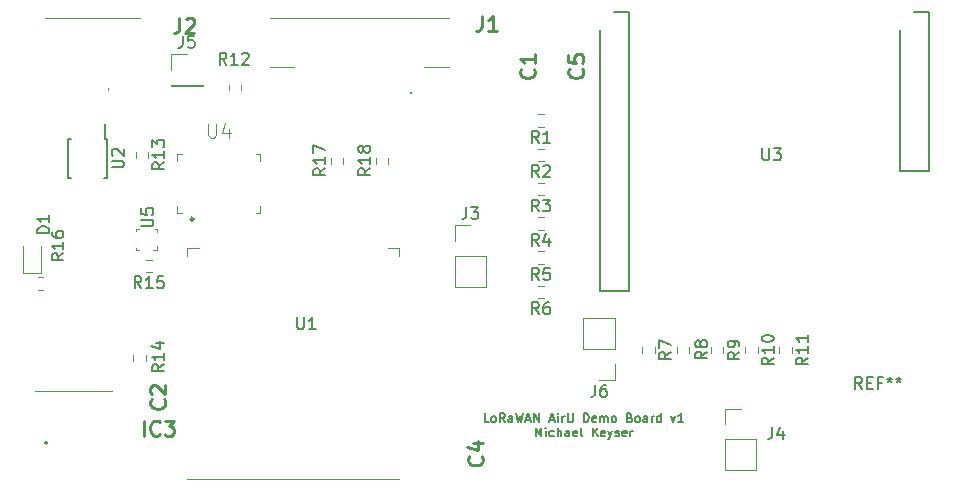
<source format=gbr>
%TF.GenerationSoftware,KiCad,Pcbnew,(6.0.8-1)-1*%
%TF.CreationDate,2022-11-08T13:41:34-07:00*%
%TF.ProjectId,AirU,41697255-2e6b-4696-9361-645f70636258,rev?*%
%TF.SameCoordinates,Original*%
%TF.FileFunction,Legend,Top*%
%TF.FilePolarity,Positive*%
%FSLAX46Y46*%
G04 Gerber Fmt 4.6, Leading zero omitted, Abs format (unit mm)*
G04 Created by KiCad (PCBNEW (6.0.8-1)-1) date 2022-11-08 13:41:34*
%MOMM*%
%LPD*%
G01*
G04 APERTURE LIST*
%ADD10C,0.150000*%
%ADD11C,0.254000*%
%ADD12C,0.101600*%
%ADD13C,0.120000*%
%ADD14C,0.198490*%
%ADD15C,0.100000*%
%ADD16C,0.250000*%
%ADD17C,0.200000*%
G04 APERTURE END LIST*
D10*
X161664285Y-57035535D02*
X161307142Y-57035535D01*
X161307142Y-56285535D01*
X162021428Y-57035535D02*
X161950000Y-56999821D01*
X161914285Y-56964107D01*
X161878571Y-56892678D01*
X161878571Y-56678392D01*
X161914285Y-56606964D01*
X161950000Y-56571250D01*
X162021428Y-56535535D01*
X162128571Y-56535535D01*
X162200000Y-56571250D01*
X162235714Y-56606964D01*
X162271428Y-56678392D01*
X162271428Y-56892678D01*
X162235714Y-56964107D01*
X162200000Y-56999821D01*
X162128571Y-57035535D01*
X162021428Y-57035535D01*
X163021428Y-57035535D02*
X162771428Y-56678392D01*
X162592857Y-57035535D02*
X162592857Y-56285535D01*
X162878571Y-56285535D01*
X162950000Y-56321250D01*
X162985714Y-56356964D01*
X163021428Y-56428392D01*
X163021428Y-56535535D01*
X162985714Y-56606964D01*
X162950000Y-56642678D01*
X162878571Y-56678392D01*
X162592857Y-56678392D01*
X163664285Y-57035535D02*
X163664285Y-56642678D01*
X163628571Y-56571250D01*
X163557142Y-56535535D01*
X163414285Y-56535535D01*
X163342857Y-56571250D01*
X163664285Y-56999821D02*
X163592857Y-57035535D01*
X163414285Y-57035535D01*
X163342857Y-56999821D01*
X163307142Y-56928392D01*
X163307142Y-56856964D01*
X163342857Y-56785535D01*
X163414285Y-56749821D01*
X163592857Y-56749821D01*
X163664285Y-56714107D01*
X163950000Y-56285535D02*
X164128571Y-57035535D01*
X164271428Y-56499821D01*
X164414285Y-57035535D01*
X164592857Y-56285535D01*
X164842857Y-56821250D02*
X165200000Y-56821250D01*
X164771428Y-57035535D02*
X165021428Y-56285535D01*
X165271428Y-57035535D01*
X165521428Y-57035535D02*
X165521428Y-56285535D01*
X165950000Y-57035535D01*
X165950000Y-56285535D01*
X166842857Y-56821250D02*
X167200000Y-56821250D01*
X166771428Y-57035535D02*
X167021428Y-56285535D01*
X167271428Y-57035535D01*
X167521428Y-57035535D02*
X167521428Y-56535535D01*
X167521428Y-56285535D02*
X167485714Y-56321250D01*
X167521428Y-56356964D01*
X167557142Y-56321250D01*
X167521428Y-56285535D01*
X167521428Y-56356964D01*
X167878571Y-57035535D02*
X167878571Y-56535535D01*
X167878571Y-56678392D02*
X167914285Y-56606964D01*
X167950000Y-56571250D01*
X168021428Y-56535535D01*
X168092857Y-56535535D01*
X168342857Y-56285535D02*
X168342857Y-56892678D01*
X168378571Y-56964107D01*
X168414285Y-56999821D01*
X168485714Y-57035535D01*
X168628571Y-57035535D01*
X168700000Y-56999821D01*
X168735714Y-56964107D01*
X168771428Y-56892678D01*
X168771428Y-56285535D01*
X169700000Y-57035535D02*
X169700000Y-56285535D01*
X169878571Y-56285535D01*
X169985714Y-56321250D01*
X170057142Y-56392678D01*
X170092857Y-56464107D01*
X170128571Y-56606964D01*
X170128571Y-56714107D01*
X170092857Y-56856964D01*
X170057142Y-56928392D01*
X169985714Y-56999821D01*
X169878571Y-57035535D01*
X169700000Y-57035535D01*
X170735714Y-56999821D02*
X170664285Y-57035535D01*
X170521428Y-57035535D01*
X170450000Y-56999821D01*
X170414285Y-56928392D01*
X170414285Y-56642678D01*
X170450000Y-56571250D01*
X170521428Y-56535535D01*
X170664285Y-56535535D01*
X170735714Y-56571250D01*
X170771428Y-56642678D01*
X170771428Y-56714107D01*
X170414285Y-56785535D01*
X171092857Y-57035535D02*
X171092857Y-56535535D01*
X171092857Y-56606964D02*
X171128571Y-56571250D01*
X171200000Y-56535535D01*
X171307142Y-56535535D01*
X171378571Y-56571250D01*
X171414285Y-56642678D01*
X171414285Y-57035535D01*
X171414285Y-56642678D02*
X171450000Y-56571250D01*
X171521428Y-56535535D01*
X171628571Y-56535535D01*
X171700000Y-56571250D01*
X171735714Y-56642678D01*
X171735714Y-57035535D01*
X172200000Y-57035535D02*
X172128571Y-56999821D01*
X172092857Y-56964107D01*
X172057142Y-56892678D01*
X172057142Y-56678392D01*
X172092857Y-56606964D01*
X172128571Y-56571250D01*
X172200000Y-56535535D01*
X172307142Y-56535535D01*
X172378571Y-56571250D01*
X172414285Y-56606964D01*
X172450000Y-56678392D01*
X172450000Y-56892678D01*
X172414285Y-56964107D01*
X172378571Y-56999821D01*
X172307142Y-57035535D01*
X172200000Y-57035535D01*
X173592857Y-56642678D02*
X173700000Y-56678392D01*
X173735714Y-56714107D01*
X173771428Y-56785535D01*
X173771428Y-56892678D01*
X173735714Y-56964107D01*
X173700000Y-56999821D01*
X173628571Y-57035535D01*
X173342857Y-57035535D01*
X173342857Y-56285535D01*
X173592857Y-56285535D01*
X173664285Y-56321250D01*
X173700000Y-56356964D01*
X173735714Y-56428392D01*
X173735714Y-56499821D01*
X173700000Y-56571250D01*
X173664285Y-56606964D01*
X173592857Y-56642678D01*
X173342857Y-56642678D01*
X174200000Y-57035535D02*
X174128571Y-56999821D01*
X174092857Y-56964107D01*
X174057142Y-56892678D01*
X174057142Y-56678392D01*
X174092857Y-56606964D01*
X174128571Y-56571250D01*
X174200000Y-56535535D01*
X174307142Y-56535535D01*
X174378571Y-56571250D01*
X174414285Y-56606964D01*
X174450000Y-56678392D01*
X174450000Y-56892678D01*
X174414285Y-56964107D01*
X174378571Y-56999821D01*
X174307142Y-57035535D01*
X174200000Y-57035535D01*
X175092857Y-57035535D02*
X175092857Y-56642678D01*
X175057142Y-56571250D01*
X174985714Y-56535535D01*
X174842857Y-56535535D01*
X174771428Y-56571250D01*
X175092857Y-56999821D02*
X175021428Y-57035535D01*
X174842857Y-57035535D01*
X174771428Y-56999821D01*
X174735714Y-56928392D01*
X174735714Y-56856964D01*
X174771428Y-56785535D01*
X174842857Y-56749821D01*
X175021428Y-56749821D01*
X175092857Y-56714107D01*
X175450000Y-57035535D02*
X175450000Y-56535535D01*
X175450000Y-56678392D02*
X175485714Y-56606964D01*
X175521428Y-56571250D01*
X175592857Y-56535535D01*
X175664285Y-56535535D01*
X176235714Y-57035535D02*
X176235714Y-56285535D01*
X176235714Y-56999821D02*
X176164285Y-57035535D01*
X176021428Y-57035535D01*
X175950000Y-56999821D01*
X175914285Y-56964107D01*
X175878571Y-56892678D01*
X175878571Y-56678392D01*
X175914285Y-56606964D01*
X175950000Y-56571250D01*
X176021428Y-56535535D01*
X176164285Y-56535535D01*
X176235714Y-56571250D01*
X177092857Y-56535535D02*
X177271428Y-57035535D01*
X177450000Y-56535535D01*
X178128571Y-57035535D02*
X177700000Y-57035535D01*
X177914285Y-57035535D02*
X177914285Y-56285535D01*
X177842857Y-56392678D01*
X177771428Y-56464107D01*
X177700000Y-56499821D01*
X165628571Y-58243035D02*
X165628571Y-57493035D01*
X165878571Y-58028750D01*
X166128571Y-57493035D01*
X166128571Y-58243035D01*
X166485714Y-58243035D02*
X166485714Y-57743035D01*
X166485714Y-57493035D02*
X166450000Y-57528750D01*
X166485714Y-57564464D01*
X166521428Y-57528750D01*
X166485714Y-57493035D01*
X166485714Y-57564464D01*
X167164285Y-58207321D02*
X167092857Y-58243035D01*
X166950000Y-58243035D01*
X166878571Y-58207321D01*
X166842857Y-58171607D01*
X166807142Y-58100178D01*
X166807142Y-57885892D01*
X166842857Y-57814464D01*
X166878571Y-57778750D01*
X166950000Y-57743035D01*
X167092857Y-57743035D01*
X167164285Y-57778750D01*
X167485714Y-58243035D02*
X167485714Y-57493035D01*
X167807142Y-58243035D02*
X167807142Y-57850178D01*
X167771428Y-57778750D01*
X167700000Y-57743035D01*
X167592857Y-57743035D01*
X167521428Y-57778750D01*
X167485714Y-57814464D01*
X168485714Y-58243035D02*
X168485714Y-57850178D01*
X168450000Y-57778750D01*
X168378571Y-57743035D01*
X168235714Y-57743035D01*
X168164285Y-57778750D01*
X168485714Y-58207321D02*
X168414285Y-58243035D01*
X168235714Y-58243035D01*
X168164285Y-58207321D01*
X168128571Y-58135892D01*
X168128571Y-58064464D01*
X168164285Y-57993035D01*
X168235714Y-57957321D01*
X168414285Y-57957321D01*
X168485714Y-57921607D01*
X169128571Y-58207321D02*
X169057142Y-58243035D01*
X168914285Y-58243035D01*
X168842857Y-58207321D01*
X168807142Y-58135892D01*
X168807142Y-57850178D01*
X168842857Y-57778750D01*
X168914285Y-57743035D01*
X169057142Y-57743035D01*
X169128571Y-57778750D01*
X169164285Y-57850178D01*
X169164285Y-57921607D01*
X168807142Y-57993035D01*
X169592857Y-58243035D02*
X169521428Y-58207321D01*
X169485714Y-58135892D01*
X169485714Y-57493035D01*
X170450000Y-58243035D02*
X170450000Y-57493035D01*
X170878571Y-58243035D02*
X170557142Y-57814464D01*
X170878571Y-57493035D02*
X170450000Y-57921607D01*
X171485714Y-58207321D02*
X171414285Y-58243035D01*
X171271428Y-58243035D01*
X171200000Y-58207321D01*
X171164285Y-58135892D01*
X171164285Y-57850178D01*
X171200000Y-57778750D01*
X171271428Y-57743035D01*
X171414285Y-57743035D01*
X171485714Y-57778750D01*
X171521428Y-57850178D01*
X171521428Y-57921607D01*
X171164285Y-57993035D01*
X171771428Y-57743035D02*
X171950000Y-58243035D01*
X172128571Y-57743035D02*
X171950000Y-58243035D01*
X171878571Y-58421607D01*
X171842857Y-58457321D01*
X171771428Y-58493035D01*
X172378571Y-58207321D02*
X172450000Y-58243035D01*
X172592857Y-58243035D01*
X172664285Y-58207321D01*
X172700000Y-58135892D01*
X172700000Y-58100178D01*
X172664285Y-58028750D01*
X172592857Y-57993035D01*
X172485714Y-57993035D01*
X172414285Y-57957321D01*
X172378571Y-57885892D01*
X172378571Y-57850178D01*
X172414285Y-57778750D01*
X172485714Y-57743035D01*
X172592857Y-57743035D01*
X172664285Y-57778750D01*
X173307142Y-58207321D02*
X173235714Y-58243035D01*
X173092857Y-58243035D01*
X173021428Y-58207321D01*
X172985714Y-58135892D01*
X172985714Y-57850178D01*
X173021428Y-57778750D01*
X173092857Y-57743035D01*
X173235714Y-57743035D01*
X173307142Y-57778750D01*
X173342857Y-57850178D01*
X173342857Y-57921607D01*
X172985714Y-57993035D01*
X173664285Y-58243035D02*
X173664285Y-57743035D01*
X173664285Y-57885892D02*
X173700000Y-57814464D01*
X173735714Y-57778750D01*
X173807142Y-57743035D01*
X173878571Y-57743035D01*
%TO.C,R5*%
X165908333Y-44982380D02*
X165575000Y-44506190D01*
X165336904Y-44982380D02*
X165336904Y-43982380D01*
X165717857Y-43982380D01*
X165813095Y-44030000D01*
X165860714Y-44077619D01*
X165908333Y-44172857D01*
X165908333Y-44315714D01*
X165860714Y-44410952D01*
X165813095Y-44458571D01*
X165717857Y-44506190D01*
X165336904Y-44506190D01*
X166813095Y-43982380D02*
X166336904Y-43982380D01*
X166289285Y-44458571D01*
X166336904Y-44410952D01*
X166432142Y-44363333D01*
X166670238Y-44363333D01*
X166765476Y-44410952D01*
X166813095Y-44458571D01*
X166860714Y-44553809D01*
X166860714Y-44791904D01*
X166813095Y-44887142D01*
X166765476Y-44934761D01*
X166670238Y-44982380D01*
X166432142Y-44982380D01*
X166336904Y-44934761D01*
X166289285Y-44887142D01*
%TO.C,R14*%
X134152380Y-52142857D02*
X133676190Y-52476190D01*
X134152380Y-52714285D02*
X133152380Y-52714285D01*
X133152380Y-52333333D01*
X133200000Y-52238095D01*
X133247619Y-52190476D01*
X133342857Y-52142857D01*
X133485714Y-52142857D01*
X133580952Y-52190476D01*
X133628571Y-52238095D01*
X133676190Y-52333333D01*
X133676190Y-52714285D01*
X134152380Y-51190476D02*
X134152380Y-51761904D01*
X134152380Y-51476190D02*
X133152380Y-51476190D01*
X133295238Y-51571428D01*
X133390476Y-51666666D01*
X133438095Y-51761904D01*
X133485714Y-50333333D02*
X134152380Y-50333333D01*
X133104761Y-50571428D02*
X133819047Y-50809523D01*
X133819047Y-50190476D01*
%TO.C,J6*%
X170666666Y-53882380D02*
X170666666Y-54596666D01*
X170619047Y-54739523D01*
X170523809Y-54834761D01*
X170380952Y-54882380D01*
X170285714Y-54882380D01*
X171571428Y-53882380D02*
X171380952Y-53882380D01*
X171285714Y-53930000D01*
X171238095Y-53977619D01*
X171142857Y-54120476D01*
X171095238Y-54310952D01*
X171095238Y-54691904D01*
X171142857Y-54787142D01*
X171190476Y-54834761D01*
X171285714Y-54882380D01*
X171476190Y-54882380D01*
X171571428Y-54834761D01*
X171619047Y-54787142D01*
X171666666Y-54691904D01*
X171666666Y-54453809D01*
X171619047Y-54358571D01*
X171571428Y-54310952D01*
X171476190Y-54263333D01*
X171285714Y-54263333D01*
X171190476Y-54310952D01*
X171142857Y-54358571D01*
X171095238Y-54453809D01*
%TO.C,U1*%
X145438095Y-48152380D02*
X145438095Y-48961904D01*
X145485714Y-49057142D01*
X145533333Y-49104761D01*
X145628571Y-49152380D01*
X145819047Y-49152380D01*
X145914285Y-49104761D01*
X145961904Y-49057142D01*
X146009523Y-48961904D01*
X146009523Y-48152380D01*
X147009523Y-49152380D02*
X146438095Y-49152380D01*
X146723809Y-49152380D02*
X146723809Y-48152380D01*
X146628571Y-48295238D01*
X146533333Y-48390476D01*
X146438095Y-48438095D01*
%TO.C,R8*%
X180152380Y-51066666D02*
X179676190Y-51400000D01*
X180152380Y-51638095D02*
X179152380Y-51638095D01*
X179152380Y-51257142D01*
X179200000Y-51161904D01*
X179247619Y-51114285D01*
X179342857Y-51066666D01*
X179485714Y-51066666D01*
X179580952Y-51114285D01*
X179628571Y-51161904D01*
X179676190Y-51257142D01*
X179676190Y-51638095D01*
X179580952Y-50495238D02*
X179533333Y-50590476D01*
X179485714Y-50638095D01*
X179390476Y-50685714D01*
X179342857Y-50685714D01*
X179247619Y-50638095D01*
X179200000Y-50590476D01*
X179152380Y-50495238D01*
X179152380Y-50304761D01*
X179200000Y-50209523D01*
X179247619Y-50161904D01*
X179342857Y-50114285D01*
X179390476Y-50114285D01*
X179485714Y-50161904D01*
X179533333Y-50209523D01*
X179580952Y-50304761D01*
X179580952Y-50495238D01*
X179628571Y-50590476D01*
X179676190Y-50638095D01*
X179771428Y-50685714D01*
X179961904Y-50685714D01*
X180057142Y-50638095D01*
X180104761Y-50590476D01*
X180152380Y-50495238D01*
X180152380Y-50304761D01*
X180104761Y-50209523D01*
X180057142Y-50161904D01*
X179961904Y-50114285D01*
X179771428Y-50114285D01*
X179676190Y-50161904D01*
X179628571Y-50209523D01*
X179580952Y-50304761D01*
%TO.C,R9*%
X182882380Y-51091666D02*
X182406190Y-51425000D01*
X182882380Y-51663095D02*
X181882380Y-51663095D01*
X181882380Y-51282142D01*
X181930000Y-51186904D01*
X181977619Y-51139285D01*
X182072857Y-51091666D01*
X182215714Y-51091666D01*
X182310952Y-51139285D01*
X182358571Y-51186904D01*
X182406190Y-51282142D01*
X182406190Y-51663095D01*
X182882380Y-50615476D02*
X182882380Y-50425000D01*
X182834761Y-50329761D01*
X182787142Y-50282142D01*
X182644285Y-50186904D01*
X182453809Y-50139285D01*
X182072857Y-50139285D01*
X181977619Y-50186904D01*
X181930000Y-50234523D01*
X181882380Y-50329761D01*
X181882380Y-50520238D01*
X181930000Y-50615476D01*
X181977619Y-50663095D01*
X182072857Y-50710714D01*
X182310952Y-50710714D01*
X182406190Y-50663095D01*
X182453809Y-50615476D01*
X182501428Y-50520238D01*
X182501428Y-50329761D01*
X182453809Y-50234523D01*
X182406190Y-50186904D01*
X182310952Y-50139285D01*
%TO.C,R3*%
X165908333Y-39182380D02*
X165575000Y-38706190D01*
X165336904Y-39182380D02*
X165336904Y-38182380D01*
X165717857Y-38182380D01*
X165813095Y-38230000D01*
X165860714Y-38277619D01*
X165908333Y-38372857D01*
X165908333Y-38515714D01*
X165860714Y-38610952D01*
X165813095Y-38658571D01*
X165717857Y-38706190D01*
X165336904Y-38706190D01*
X166241666Y-38182380D02*
X166860714Y-38182380D01*
X166527380Y-38563333D01*
X166670238Y-38563333D01*
X166765476Y-38610952D01*
X166813095Y-38658571D01*
X166860714Y-38753809D01*
X166860714Y-38991904D01*
X166813095Y-39087142D01*
X166765476Y-39134761D01*
X166670238Y-39182380D01*
X166384523Y-39182380D01*
X166289285Y-39134761D01*
X166241666Y-39087142D01*
%TO.C,R17*%
X147822380Y-35542857D02*
X147346190Y-35876190D01*
X147822380Y-36114285D02*
X146822380Y-36114285D01*
X146822380Y-35733333D01*
X146870000Y-35638095D01*
X146917619Y-35590476D01*
X147012857Y-35542857D01*
X147155714Y-35542857D01*
X147250952Y-35590476D01*
X147298571Y-35638095D01*
X147346190Y-35733333D01*
X147346190Y-36114285D01*
X147822380Y-34590476D02*
X147822380Y-35161904D01*
X147822380Y-34876190D02*
X146822380Y-34876190D01*
X146965238Y-34971428D01*
X147060476Y-35066666D01*
X147108095Y-35161904D01*
X146822380Y-34257142D02*
X146822380Y-33590476D01*
X147822380Y-34019047D01*
%TO.C,R18*%
X151622380Y-35542857D02*
X151146190Y-35876190D01*
X151622380Y-36114285D02*
X150622380Y-36114285D01*
X150622380Y-35733333D01*
X150670000Y-35638095D01*
X150717619Y-35590476D01*
X150812857Y-35542857D01*
X150955714Y-35542857D01*
X151050952Y-35590476D01*
X151098571Y-35638095D01*
X151146190Y-35733333D01*
X151146190Y-36114285D01*
X151622380Y-34590476D02*
X151622380Y-35161904D01*
X151622380Y-34876190D02*
X150622380Y-34876190D01*
X150765238Y-34971428D01*
X150860476Y-35066666D01*
X150908095Y-35161904D01*
X151050952Y-34019047D02*
X151003333Y-34114285D01*
X150955714Y-34161904D01*
X150860476Y-34209523D01*
X150812857Y-34209523D01*
X150717619Y-34161904D01*
X150670000Y-34114285D01*
X150622380Y-34019047D01*
X150622380Y-33828571D01*
X150670000Y-33733333D01*
X150717619Y-33685714D01*
X150812857Y-33638095D01*
X150860476Y-33638095D01*
X150955714Y-33685714D01*
X151003333Y-33733333D01*
X151050952Y-33828571D01*
X151050952Y-34019047D01*
X151098571Y-34114285D01*
X151146190Y-34161904D01*
X151241428Y-34209523D01*
X151431904Y-34209523D01*
X151527142Y-34161904D01*
X151574761Y-34114285D01*
X151622380Y-34019047D01*
X151622380Y-33828571D01*
X151574761Y-33733333D01*
X151527142Y-33685714D01*
X151431904Y-33638095D01*
X151241428Y-33638095D01*
X151146190Y-33685714D01*
X151098571Y-33733333D01*
X151050952Y-33828571D01*
%TO.C,REF\u002A\u002A*%
X193266666Y-54202380D02*
X192933333Y-53726190D01*
X192695238Y-54202380D02*
X192695238Y-53202380D01*
X193076190Y-53202380D01*
X193171428Y-53250000D01*
X193219047Y-53297619D01*
X193266666Y-53392857D01*
X193266666Y-53535714D01*
X193219047Y-53630952D01*
X193171428Y-53678571D01*
X193076190Y-53726190D01*
X192695238Y-53726190D01*
X193695238Y-53678571D02*
X194028571Y-53678571D01*
X194171428Y-54202380D02*
X193695238Y-54202380D01*
X193695238Y-53202380D01*
X194171428Y-53202380D01*
X194933333Y-53678571D02*
X194600000Y-53678571D01*
X194600000Y-54202380D02*
X194600000Y-53202380D01*
X195076190Y-53202380D01*
X195600000Y-53202380D02*
X195600000Y-53440476D01*
X195361904Y-53345238D02*
X195600000Y-53440476D01*
X195838095Y-53345238D01*
X195457142Y-53630952D02*
X195600000Y-53440476D01*
X195742857Y-53630952D01*
X196361904Y-53202380D02*
X196361904Y-53440476D01*
X196123809Y-53345238D02*
X196361904Y-53440476D01*
X196600000Y-53345238D01*
X196219047Y-53630952D02*
X196361904Y-53440476D01*
X196504761Y-53630952D01*
D11*
%TO.C,C4*%
X161053571Y-59911666D02*
X161114047Y-59972142D01*
X161174523Y-60153571D01*
X161174523Y-60274523D01*
X161114047Y-60455952D01*
X160993095Y-60576904D01*
X160872142Y-60637380D01*
X160630238Y-60697857D01*
X160448809Y-60697857D01*
X160206904Y-60637380D01*
X160085952Y-60576904D01*
X159965000Y-60455952D01*
X159904523Y-60274523D01*
X159904523Y-60153571D01*
X159965000Y-59972142D01*
X160025476Y-59911666D01*
X160327857Y-58823095D02*
X161174523Y-58823095D01*
X159844047Y-59125476D02*
X160751190Y-59427857D01*
X160751190Y-58641666D01*
D10*
%TO.C,U5*%
X132252380Y-40461904D02*
X133061904Y-40461904D01*
X133157142Y-40414285D01*
X133204761Y-40366666D01*
X133252380Y-40271428D01*
X133252380Y-40080952D01*
X133204761Y-39985714D01*
X133157142Y-39938095D01*
X133061904Y-39890476D01*
X132252380Y-39890476D01*
X132252380Y-38938095D02*
X132252380Y-39414285D01*
X132728571Y-39461904D01*
X132680952Y-39414285D01*
X132633333Y-39319047D01*
X132633333Y-39080952D01*
X132680952Y-38985714D01*
X132728571Y-38938095D01*
X132823809Y-38890476D01*
X133061904Y-38890476D01*
X133157142Y-38938095D01*
X133204761Y-38985714D01*
X133252380Y-39080952D01*
X133252380Y-39319047D01*
X133204761Y-39414285D01*
X133157142Y-39461904D01*
%TO.C,J4*%
X185666666Y-57452380D02*
X185666666Y-58166666D01*
X185619047Y-58309523D01*
X185523809Y-58404761D01*
X185380952Y-58452380D01*
X185285714Y-58452380D01*
X186571428Y-57785714D02*
X186571428Y-58452380D01*
X186333333Y-57404761D02*
X186095238Y-58119047D01*
X186714285Y-58119047D01*
%TO.C,R15*%
X132257142Y-45682380D02*
X131923809Y-45206190D01*
X131685714Y-45682380D02*
X131685714Y-44682380D01*
X132066666Y-44682380D01*
X132161904Y-44730000D01*
X132209523Y-44777619D01*
X132257142Y-44872857D01*
X132257142Y-45015714D01*
X132209523Y-45110952D01*
X132161904Y-45158571D01*
X132066666Y-45206190D01*
X131685714Y-45206190D01*
X133209523Y-45682380D02*
X132638095Y-45682380D01*
X132923809Y-45682380D02*
X132923809Y-44682380D01*
X132828571Y-44825238D01*
X132733333Y-44920476D01*
X132638095Y-44968095D01*
X134114285Y-44682380D02*
X133638095Y-44682380D01*
X133590476Y-45158571D01*
X133638095Y-45110952D01*
X133733333Y-45063333D01*
X133971428Y-45063333D01*
X134066666Y-45110952D01*
X134114285Y-45158571D01*
X134161904Y-45253809D01*
X134161904Y-45491904D01*
X134114285Y-45587142D01*
X134066666Y-45634761D01*
X133971428Y-45682380D01*
X133733333Y-45682380D01*
X133638095Y-45634761D01*
X133590476Y-45587142D01*
%TO.C,D1*%
X124452380Y-41038095D02*
X123452380Y-41038095D01*
X123452380Y-40800000D01*
X123500000Y-40657142D01*
X123595238Y-40561904D01*
X123690476Y-40514285D01*
X123880952Y-40466666D01*
X124023809Y-40466666D01*
X124214285Y-40514285D01*
X124309523Y-40561904D01*
X124404761Y-40657142D01*
X124452380Y-40800000D01*
X124452380Y-41038095D01*
X124452380Y-39514285D02*
X124452380Y-40085714D01*
X124452380Y-39800000D02*
X123452380Y-39800000D01*
X123595238Y-39895238D01*
X123690476Y-39990476D01*
X123738095Y-40085714D01*
D11*
%TO.C,IC3*%
X132460238Y-58174523D02*
X132460238Y-56904523D01*
X133790714Y-58053571D02*
X133730238Y-58114047D01*
X133548809Y-58174523D01*
X133427857Y-58174523D01*
X133246428Y-58114047D01*
X133125476Y-57993095D01*
X133065000Y-57872142D01*
X133004523Y-57630238D01*
X133004523Y-57448809D01*
X133065000Y-57206904D01*
X133125476Y-57085952D01*
X133246428Y-56965000D01*
X133427857Y-56904523D01*
X133548809Y-56904523D01*
X133730238Y-56965000D01*
X133790714Y-57025476D01*
X134214047Y-56904523D02*
X135000238Y-56904523D01*
X134576904Y-57388333D01*
X134758333Y-57388333D01*
X134879285Y-57448809D01*
X134939761Y-57509285D01*
X135000238Y-57630238D01*
X135000238Y-57932619D01*
X134939761Y-58053571D01*
X134879285Y-58114047D01*
X134758333Y-58174523D01*
X134395476Y-58174523D01*
X134274523Y-58114047D01*
X134214047Y-58053571D01*
%TO.C,C1*%
X165453571Y-27111666D02*
X165514047Y-27172142D01*
X165574523Y-27353571D01*
X165574523Y-27474523D01*
X165514047Y-27655952D01*
X165393095Y-27776904D01*
X165272142Y-27837380D01*
X165030238Y-27897857D01*
X164848809Y-27897857D01*
X164606904Y-27837380D01*
X164485952Y-27776904D01*
X164365000Y-27655952D01*
X164304523Y-27474523D01*
X164304523Y-27353571D01*
X164365000Y-27172142D01*
X164425476Y-27111666D01*
X165574523Y-25902142D02*
X165574523Y-26627857D01*
X165574523Y-26265000D02*
X164304523Y-26265000D01*
X164485952Y-26385952D01*
X164606904Y-26506904D01*
X164667380Y-26627857D01*
D12*
%TO.C,U4*%
X137909790Y-31785061D02*
X137909790Y-32730909D01*
X137965428Y-32842185D01*
X138021066Y-32897823D01*
X138132342Y-32953461D01*
X138354895Y-32953461D01*
X138466171Y-32897823D01*
X138521809Y-32842185D01*
X138577447Y-32730909D01*
X138577447Y-31785061D01*
X139634571Y-32174528D02*
X139634571Y-32953461D01*
X139356380Y-31729423D02*
X139078190Y-32563995D01*
X139801485Y-32563995D01*
D10*
%TO.C,R13*%
X134182380Y-35042857D02*
X133706190Y-35376190D01*
X134182380Y-35614285D02*
X133182380Y-35614285D01*
X133182380Y-35233333D01*
X133230000Y-35138095D01*
X133277619Y-35090476D01*
X133372857Y-35042857D01*
X133515714Y-35042857D01*
X133610952Y-35090476D01*
X133658571Y-35138095D01*
X133706190Y-35233333D01*
X133706190Y-35614285D01*
X134182380Y-34090476D02*
X134182380Y-34661904D01*
X134182380Y-34376190D02*
X133182380Y-34376190D01*
X133325238Y-34471428D01*
X133420476Y-34566666D01*
X133468095Y-34661904D01*
X133182380Y-33757142D02*
X133182380Y-33138095D01*
X133563333Y-33471428D01*
X133563333Y-33328571D01*
X133610952Y-33233333D01*
X133658571Y-33185714D01*
X133753809Y-33138095D01*
X133991904Y-33138095D01*
X134087142Y-33185714D01*
X134134761Y-33233333D01*
X134182380Y-33328571D01*
X134182380Y-33614285D01*
X134134761Y-33709523D01*
X134087142Y-33757142D01*
%TO.C,J3*%
X159766666Y-38822380D02*
X159766666Y-39536666D01*
X159719047Y-39679523D01*
X159623809Y-39774761D01*
X159480952Y-39822380D01*
X159385714Y-39822380D01*
X160147619Y-38822380D02*
X160766666Y-38822380D01*
X160433333Y-39203333D01*
X160576190Y-39203333D01*
X160671428Y-39250952D01*
X160719047Y-39298571D01*
X160766666Y-39393809D01*
X160766666Y-39631904D01*
X160719047Y-39727142D01*
X160671428Y-39774761D01*
X160576190Y-39822380D01*
X160290476Y-39822380D01*
X160195238Y-39774761D01*
X160147619Y-39727142D01*
%TO.C,R2*%
X165908333Y-36282380D02*
X165575000Y-35806190D01*
X165336904Y-36282380D02*
X165336904Y-35282380D01*
X165717857Y-35282380D01*
X165813095Y-35330000D01*
X165860714Y-35377619D01*
X165908333Y-35472857D01*
X165908333Y-35615714D01*
X165860714Y-35710952D01*
X165813095Y-35758571D01*
X165717857Y-35806190D01*
X165336904Y-35806190D01*
X166289285Y-35377619D02*
X166336904Y-35330000D01*
X166432142Y-35282380D01*
X166670238Y-35282380D01*
X166765476Y-35330000D01*
X166813095Y-35377619D01*
X166860714Y-35472857D01*
X166860714Y-35568095D01*
X166813095Y-35710952D01*
X166241666Y-36282380D01*
X166860714Y-36282380D01*
%TO.C,J5*%
X135766666Y-24322380D02*
X135766666Y-25036666D01*
X135719047Y-25179523D01*
X135623809Y-25274761D01*
X135480952Y-25322380D01*
X135385714Y-25322380D01*
X136719047Y-24322380D02*
X136242857Y-24322380D01*
X136195238Y-24798571D01*
X136242857Y-24750952D01*
X136338095Y-24703333D01*
X136576190Y-24703333D01*
X136671428Y-24750952D01*
X136719047Y-24798571D01*
X136766666Y-24893809D01*
X136766666Y-25131904D01*
X136719047Y-25227142D01*
X136671428Y-25274761D01*
X136576190Y-25322380D01*
X136338095Y-25322380D01*
X136242857Y-25274761D01*
X136195238Y-25227142D01*
%TO.C,R7*%
X177082380Y-51091666D02*
X176606190Y-51425000D01*
X177082380Y-51663095D02*
X176082380Y-51663095D01*
X176082380Y-51282142D01*
X176130000Y-51186904D01*
X176177619Y-51139285D01*
X176272857Y-51091666D01*
X176415714Y-51091666D01*
X176510952Y-51139285D01*
X176558571Y-51186904D01*
X176606190Y-51282142D01*
X176606190Y-51663095D01*
X176082380Y-50758333D02*
X176082380Y-50091666D01*
X177082380Y-50520238D01*
D11*
%TO.C,C2*%
X134153571Y-55111666D02*
X134214047Y-55172142D01*
X134274523Y-55353571D01*
X134274523Y-55474523D01*
X134214047Y-55655952D01*
X134093095Y-55776904D01*
X133972142Y-55837380D01*
X133730238Y-55897857D01*
X133548809Y-55897857D01*
X133306904Y-55837380D01*
X133185952Y-55776904D01*
X133065000Y-55655952D01*
X133004523Y-55474523D01*
X133004523Y-55353571D01*
X133065000Y-55172142D01*
X133125476Y-55111666D01*
X133125476Y-54627857D02*
X133065000Y-54567380D01*
X133004523Y-54446428D01*
X133004523Y-54144047D01*
X133065000Y-54023095D01*
X133125476Y-53962619D01*
X133246428Y-53902142D01*
X133367380Y-53902142D01*
X133548809Y-53962619D01*
X134274523Y-54688333D01*
X134274523Y-53902142D01*
D10*
%TO.C,U3*%
X184838095Y-33852380D02*
X184838095Y-34661904D01*
X184885714Y-34757142D01*
X184933333Y-34804761D01*
X185028571Y-34852380D01*
X185219047Y-34852380D01*
X185314285Y-34804761D01*
X185361904Y-34757142D01*
X185409523Y-34661904D01*
X185409523Y-33852380D01*
X185790476Y-33852380D02*
X186409523Y-33852380D01*
X186076190Y-34233333D01*
X186219047Y-34233333D01*
X186314285Y-34280952D01*
X186361904Y-34328571D01*
X186409523Y-34423809D01*
X186409523Y-34661904D01*
X186361904Y-34757142D01*
X186314285Y-34804761D01*
X186219047Y-34852380D01*
X185933333Y-34852380D01*
X185838095Y-34804761D01*
X185790476Y-34757142D01*
%TO.C,R6*%
X165908333Y-47882380D02*
X165575000Y-47406190D01*
X165336904Y-47882380D02*
X165336904Y-46882380D01*
X165717857Y-46882380D01*
X165813095Y-46930000D01*
X165860714Y-46977619D01*
X165908333Y-47072857D01*
X165908333Y-47215714D01*
X165860714Y-47310952D01*
X165813095Y-47358571D01*
X165717857Y-47406190D01*
X165336904Y-47406190D01*
X166765476Y-46882380D02*
X166575000Y-46882380D01*
X166479761Y-46930000D01*
X166432142Y-46977619D01*
X166336904Y-47120476D01*
X166289285Y-47310952D01*
X166289285Y-47691904D01*
X166336904Y-47787142D01*
X166384523Y-47834761D01*
X166479761Y-47882380D01*
X166670238Y-47882380D01*
X166765476Y-47834761D01*
X166813095Y-47787142D01*
X166860714Y-47691904D01*
X166860714Y-47453809D01*
X166813095Y-47358571D01*
X166765476Y-47310952D01*
X166670238Y-47263333D01*
X166479761Y-47263333D01*
X166384523Y-47310952D01*
X166336904Y-47358571D01*
X166289285Y-47453809D01*
%TO.C,R10*%
X185782380Y-51567857D02*
X185306190Y-51901190D01*
X185782380Y-52139285D02*
X184782380Y-52139285D01*
X184782380Y-51758333D01*
X184830000Y-51663095D01*
X184877619Y-51615476D01*
X184972857Y-51567857D01*
X185115714Y-51567857D01*
X185210952Y-51615476D01*
X185258571Y-51663095D01*
X185306190Y-51758333D01*
X185306190Y-52139285D01*
X185782380Y-50615476D02*
X185782380Y-51186904D01*
X185782380Y-50901190D02*
X184782380Y-50901190D01*
X184925238Y-50996428D01*
X185020476Y-51091666D01*
X185068095Y-51186904D01*
X184782380Y-49996428D02*
X184782380Y-49901190D01*
X184830000Y-49805952D01*
X184877619Y-49758333D01*
X184972857Y-49710714D01*
X185163333Y-49663095D01*
X185401428Y-49663095D01*
X185591904Y-49710714D01*
X185687142Y-49758333D01*
X185734761Y-49805952D01*
X185782380Y-49901190D01*
X185782380Y-49996428D01*
X185734761Y-50091666D01*
X185687142Y-50139285D01*
X185591904Y-50186904D01*
X185401428Y-50234523D01*
X185163333Y-50234523D01*
X184972857Y-50186904D01*
X184877619Y-50139285D01*
X184830000Y-50091666D01*
X184782380Y-49996428D01*
%TO.C,U2*%
X129752380Y-35461904D02*
X130561904Y-35461904D01*
X130657142Y-35414285D01*
X130704761Y-35366666D01*
X130752380Y-35271428D01*
X130752380Y-35080952D01*
X130704761Y-34985714D01*
X130657142Y-34938095D01*
X130561904Y-34890476D01*
X129752380Y-34890476D01*
X129847619Y-34461904D02*
X129800000Y-34414285D01*
X129752380Y-34319047D01*
X129752380Y-34080952D01*
X129800000Y-33985714D01*
X129847619Y-33938095D01*
X129942857Y-33890476D01*
X130038095Y-33890476D01*
X130180952Y-33938095D01*
X130752380Y-34509523D01*
X130752380Y-33890476D01*
%TO.C,R12*%
X139457142Y-26752380D02*
X139123809Y-26276190D01*
X138885714Y-26752380D02*
X138885714Y-25752380D01*
X139266666Y-25752380D01*
X139361904Y-25800000D01*
X139409523Y-25847619D01*
X139457142Y-25942857D01*
X139457142Y-26085714D01*
X139409523Y-26180952D01*
X139361904Y-26228571D01*
X139266666Y-26276190D01*
X138885714Y-26276190D01*
X140409523Y-26752380D02*
X139838095Y-26752380D01*
X140123809Y-26752380D02*
X140123809Y-25752380D01*
X140028571Y-25895238D01*
X139933333Y-25990476D01*
X139838095Y-26038095D01*
X140790476Y-25847619D02*
X140838095Y-25800000D01*
X140933333Y-25752380D01*
X141171428Y-25752380D01*
X141266666Y-25800000D01*
X141314285Y-25847619D01*
X141361904Y-25942857D01*
X141361904Y-26038095D01*
X141314285Y-26180952D01*
X140742857Y-26752380D01*
X141361904Y-26752380D01*
D11*
%TO.C,J2*%
X135476666Y-22804523D02*
X135476666Y-23711666D01*
X135416190Y-23893095D01*
X135295238Y-24014047D01*
X135113809Y-24074523D01*
X134992857Y-24074523D01*
X136020952Y-22925476D02*
X136081428Y-22865000D01*
X136202380Y-22804523D01*
X136504761Y-22804523D01*
X136625714Y-22865000D01*
X136686190Y-22925476D01*
X136746666Y-23046428D01*
X136746666Y-23167380D01*
X136686190Y-23348809D01*
X135960476Y-24074523D01*
X136746666Y-24074523D01*
%TO.C,J1*%
X161076666Y-22604523D02*
X161076666Y-23511666D01*
X161016190Y-23693095D01*
X160895238Y-23814047D01*
X160713809Y-23874523D01*
X160592857Y-23874523D01*
X162346666Y-23874523D02*
X161620952Y-23874523D01*
X161983809Y-23874523D02*
X161983809Y-22604523D01*
X161862857Y-22785952D01*
X161741904Y-22906904D01*
X161620952Y-22967380D01*
D10*
%TO.C,R4*%
X165908333Y-42082380D02*
X165575000Y-41606190D01*
X165336904Y-42082380D02*
X165336904Y-41082380D01*
X165717857Y-41082380D01*
X165813095Y-41130000D01*
X165860714Y-41177619D01*
X165908333Y-41272857D01*
X165908333Y-41415714D01*
X165860714Y-41510952D01*
X165813095Y-41558571D01*
X165717857Y-41606190D01*
X165336904Y-41606190D01*
X166765476Y-41415714D02*
X166765476Y-42082380D01*
X166527380Y-41034761D02*
X166289285Y-41749047D01*
X166908333Y-41749047D01*
D11*
%TO.C,C5*%
X169553571Y-27111666D02*
X169614047Y-27172142D01*
X169674523Y-27353571D01*
X169674523Y-27474523D01*
X169614047Y-27655952D01*
X169493095Y-27776904D01*
X169372142Y-27837380D01*
X169130238Y-27897857D01*
X168948809Y-27897857D01*
X168706904Y-27837380D01*
X168585952Y-27776904D01*
X168465000Y-27655952D01*
X168404523Y-27474523D01*
X168404523Y-27353571D01*
X168465000Y-27172142D01*
X168525476Y-27111666D01*
X168404523Y-25962619D02*
X168404523Y-26567380D01*
X169009285Y-26627857D01*
X168948809Y-26567380D01*
X168888333Y-26446428D01*
X168888333Y-26144047D01*
X168948809Y-26023095D01*
X169009285Y-25962619D01*
X169130238Y-25902142D01*
X169432619Y-25902142D01*
X169553571Y-25962619D01*
X169614047Y-26023095D01*
X169674523Y-26144047D01*
X169674523Y-26446428D01*
X169614047Y-26567380D01*
X169553571Y-26627857D01*
D10*
%TO.C,R1*%
X165908333Y-33382380D02*
X165575000Y-32906190D01*
X165336904Y-33382380D02*
X165336904Y-32382380D01*
X165717857Y-32382380D01*
X165813095Y-32430000D01*
X165860714Y-32477619D01*
X165908333Y-32572857D01*
X165908333Y-32715714D01*
X165860714Y-32810952D01*
X165813095Y-32858571D01*
X165717857Y-32906190D01*
X165336904Y-32906190D01*
X166860714Y-33382380D02*
X166289285Y-33382380D01*
X166575000Y-33382380D02*
X166575000Y-32382380D01*
X166479761Y-32525238D01*
X166384523Y-32620476D01*
X166289285Y-32668095D01*
%TO.C,R16*%
X125652380Y-42742857D02*
X125176190Y-43076190D01*
X125652380Y-43314285D02*
X124652380Y-43314285D01*
X124652380Y-42933333D01*
X124700000Y-42838095D01*
X124747619Y-42790476D01*
X124842857Y-42742857D01*
X124985714Y-42742857D01*
X125080952Y-42790476D01*
X125128571Y-42838095D01*
X125176190Y-42933333D01*
X125176190Y-43314285D01*
X125652380Y-41790476D02*
X125652380Y-42361904D01*
X125652380Y-42076190D02*
X124652380Y-42076190D01*
X124795238Y-42171428D01*
X124890476Y-42266666D01*
X124938095Y-42361904D01*
X124652380Y-40933333D02*
X124652380Y-41123809D01*
X124700000Y-41219047D01*
X124747619Y-41266666D01*
X124890476Y-41361904D01*
X125080952Y-41409523D01*
X125461904Y-41409523D01*
X125557142Y-41361904D01*
X125604761Y-41314285D01*
X125652380Y-41219047D01*
X125652380Y-41028571D01*
X125604761Y-40933333D01*
X125557142Y-40885714D01*
X125461904Y-40838095D01*
X125223809Y-40838095D01*
X125128571Y-40885714D01*
X125080952Y-40933333D01*
X125033333Y-41028571D01*
X125033333Y-41219047D01*
X125080952Y-41314285D01*
X125128571Y-41361904D01*
X125223809Y-41409523D01*
%TO.C,R11*%
X188682380Y-51567857D02*
X188206190Y-51901190D01*
X188682380Y-52139285D02*
X187682380Y-52139285D01*
X187682380Y-51758333D01*
X187730000Y-51663095D01*
X187777619Y-51615476D01*
X187872857Y-51567857D01*
X188015714Y-51567857D01*
X188110952Y-51615476D01*
X188158571Y-51663095D01*
X188206190Y-51758333D01*
X188206190Y-52139285D01*
X188682380Y-50615476D02*
X188682380Y-51186904D01*
X188682380Y-50901190D02*
X187682380Y-50901190D01*
X187825238Y-50996428D01*
X187920476Y-51091666D01*
X187968095Y-51186904D01*
X188682380Y-49663095D02*
X188682380Y-50234523D01*
X188682380Y-49948809D02*
X187682380Y-49948809D01*
X187825238Y-50044047D01*
X187920476Y-50139285D01*
X187968095Y-50234523D01*
D13*
%TO.C,R5*%
X166312258Y-42577500D02*
X165837742Y-42577500D01*
X166312258Y-43622500D02*
X165837742Y-43622500D01*
%TO.C,R14*%
X132622500Y-51362742D02*
X132622500Y-51837258D01*
X131577500Y-51362742D02*
X131577500Y-51837258D01*
%TO.C,J6*%
X172330000Y-53430000D02*
X171000000Y-53430000D01*
X172330000Y-48230000D02*
X169670000Y-48230000D01*
X169670000Y-50830000D02*
X169670000Y-48230000D01*
X172330000Y-52100000D02*
X172330000Y-53430000D01*
X172330000Y-50830000D02*
X169670000Y-50830000D01*
X172330000Y-50830000D02*
X172330000Y-48230000D01*
%TO.C,U1*%
X136100000Y-42250000D02*
X137100000Y-42250000D01*
X136100000Y-61810000D02*
X154100000Y-61810000D01*
X154100000Y-43000000D02*
X154100000Y-42250000D01*
X136100000Y-43000000D02*
X136100000Y-42250000D01*
X154100000Y-42250000D02*
X153100000Y-42250000D01*
%TO.C,R8*%
X177577500Y-50687742D02*
X177577500Y-51162258D01*
X178622500Y-50687742D02*
X178622500Y-51162258D01*
%TO.C,R9*%
X180477500Y-50687742D02*
X180477500Y-51162258D01*
X181522500Y-50687742D02*
X181522500Y-51162258D01*
%TO.C,R3*%
X166312258Y-36777500D02*
X165837742Y-36777500D01*
X166312258Y-37822500D02*
X165837742Y-37822500D01*
%TO.C,R17*%
X149322500Y-35137258D02*
X149322500Y-34662742D01*
X148277500Y-35137258D02*
X148277500Y-34662742D01*
%TO.C,R18*%
X152077500Y-35137258D02*
X152077500Y-34662742D01*
X153122500Y-35137258D02*
X153122500Y-34662742D01*
%TO.C,U5*%
X131811000Y-40711000D02*
X131811000Y-40871005D01*
X133589000Y-42489000D02*
X133199999Y-42489000D01*
X132011000Y-42489000D02*
X131811000Y-42489000D01*
X131811000Y-42328995D02*
X131811000Y-42489000D01*
X133589000Y-40711000D02*
X133589000Y-40911000D01*
X133589000Y-40711000D02*
X133428995Y-40711000D01*
X132011000Y-40711000D02*
X131811000Y-40711000D01*
X133589000Y-42099999D02*
X133589000Y-42489000D01*
%TO.C,J4*%
X181670000Y-58495000D02*
X181670000Y-61095000D01*
X181670000Y-55895000D02*
X183000000Y-55895000D01*
X181670000Y-58495000D02*
X184330000Y-58495000D01*
X181670000Y-61095000D02*
X184330000Y-61095000D01*
X184330000Y-58495000D02*
X184330000Y-61095000D01*
X181670000Y-57225000D02*
X181670000Y-55895000D01*
%TO.C,R15*%
X133137258Y-44322500D02*
X132662742Y-44322500D01*
X133137258Y-43277500D02*
X132662742Y-43277500D01*
%TO.C,D1*%
X122265000Y-42100000D02*
X122265000Y-44385000D01*
X123735000Y-44385000D02*
X123735000Y-42100000D01*
X122265000Y-44385000D02*
X123735000Y-44385000D01*
D14*
%TO.C,IC3*%
X124105000Y-58760000D02*
X124105000Y-58760000D01*
D15*
X123250000Y-54381000D02*
X129750000Y-54381000D01*
D14*
X124303000Y-58760000D02*
X124303000Y-58760000D01*
X124105000Y-58760000D02*
G75*
G03*
X124303000Y-58760000I99000J0D01*
G01*
X124303000Y-58760000D02*
G75*
G03*
X124105000Y-58760000I-99000J0D01*
G01*
D13*
%TO.C,U4*%
X142300000Y-39300000D02*
X141939900Y-39300000D01*
X142300000Y-38689900D02*
X142300000Y-39300000D01*
X142300000Y-34300000D02*
X141939900Y-34300000D01*
X135300000Y-39300000D02*
X135660100Y-39300000D01*
X135300000Y-34300000D02*
X135660100Y-34300000D01*
X135300000Y-34910100D02*
X135300000Y-34300000D01*
X142300000Y-34910100D02*
X142300000Y-34300000D01*
X135300000Y-38689900D02*
X135300000Y-39300000D01*
D16*
X136678100Y-39848000D02*
G75*
G03*
X136678100Y-39848000I-125000J0D01*
G01*
D13*
%TO.C,R13*%
X132822500Y-34162742D02*
X132822500Y-34637258D01*
X131777500Y-34162742D02*
X131777500Y-34637258D01*
%TO.C,J3*%
X158770000Y-41700000D02*
X158770000Y-40370000D01*
X158770000Y-45570000D02*
X161430000Y-45570000D01*
X158770000Y-42970000D02*
X161430000Y-42970000D01*
X158770000Y-42970000D02*
X158770000Y-45570000D01*
X161430000Y-42970000D02*
X161430000Y-45570000D01*
X158770000Y-40370000D02*
X160100000Y-40370000D01*
%TO.C,R2*%
X166312258Y-34922500D02*
X165837742Y-34922500D01*
X166312258Y-33877500D02*
X165837742Y-33877500D01*
%TO.C,J5*%
X137430000Y-28470000D02*
X137430000Y-28530000D01*
X134770000Y-28470000D02*
X137430000Y-28470000D01*
X134770000Y-28530000D02*
X137430000Y-28530000D01*
X134770000Y-28470000D02*
X134770000Y-28530000D01*
X134770000Y-27200000D02*
X134770000Y-25870000D01*
X134770000Y-25870000D02*
X136100000Y-25870000D01*
%TO.C,R7*%
X174677500Y-50687742D02*
X174677500Y-51162258D01*
X175722500Y-50687742D02*
X175722500Y-51162258D01*
D17*
%TO.C,U3*%
X173550000Y-22340000D02*
X172300000Y-22340000D01*
X171050000Y-23810000D02*
X171050000Y-45950000D01*
X173550000Y-45950000D02*
X173550000Y-22340000D01*
X196450000Y-23810000D02*
X196450000Y-35790000D01*
X198950000Y-35790000D02*
X198950000Y-22340000D01*
X196450000Y-35790000D02*
X198950000Y-35790000D01*
X198950000Y-22340000D02*
X197700000Y-22340000D01*
X171050000Y-45950000D02*
X173550000Y-45950000D01*
D13*
%TO.C,R6*%
X166312258Y-45477500D02*
X165837742Y-45477500D01*
X166312258Y-46522500D02*
X165837742Y-46522500D01*
%TO.C,R10*%
X183377500Y-50687742D02*
X183377500Y-51162258D01*
X184422500Y-50687742D02*
X184422500Y-51162258D01*
D10*
%TO.C,U2*%
X126025000Y-33025000D02*
X126325000Y-33025000D01*
X126025000Y-33025000D02*
X126025000Y-36375000D01*
X126025000Y-36375000D02*
X126325000Y-36375000D01*
X129375000Y-33025000D02*
X129150000Y-33025000D01*
X129375000Y-33025000D02*
X129375000Y-36375000D01*
X129150000Y-33025000D02*
X129150000Y-31800000D01*
X129375000Y-36375000D02*
X129075000Y-36375000D01*
D13*
%TO.C,R12*%
X140722500Y-28937258D02*
X140722500Y-28462742D01*
X139677500Y-28937258D02*
X139677500Y-28462742D01*
D15*
%TO.C,J2*%
X129450000Y-28900000D02*
X129450000Y-28900000D01*
X132150000Y-22800000D02*
X124100000Y-22800000D01*
X129450000Y-28800000D02*
X129450000Y-28800000D01*
X129450000Y-28800000D02*
G75*
G03*
X129450000Y-28900000I0J-50000D01*
G01*
X129450000Y-28900000D02*
G75*
G03*
X129450000Y-28800000I0J50000D01*
G01*
%TO.C,J1*%
X158275000Y-27000000D02*
X156200000Y-27000000D01*
X158275000Y-22800000D02*
X143125000Y-22800000D01*
X156200000Y-27000000D02*
X158275000Y-27000000D01*
D17*
X155100000Y-29200000D02*
X155100000Y-29200000D01*
D15*
X158275000Y-22800000D02*
X158275000Y-22800000D01*
X145200000Y-27000000D02*
X143125000Y-27000000D01*
X143125000Y-27000000D02*
X145200000Y-27000000D01*
X143125000Y-27000000D02*
X143125000Y-27000000D01*
X156200000Y-27000000D02*
X156200000Y-27000000D01*
D17*
X155100000Y-29100000D02*
X155100000Y-29100000D01*
D15*
X158275000Y-27000000D02*
X158275000Y-27000000D01*
X143125000Y-22800000D02*
X158275000Y-22800000D01*
X145200000Y-27000000D02*
X145200000Y-27000000D01*
X143125000Y-22800000D02*
X143125000Y-22800000D01*
D17*
X155100000Y-29100000D02*
X155100000Y-29100000D01*
X155100000Y-29100000D02*
G75*
G03*
X155100000Y-29200000I0J-50000D01*
G01*
X155100000Y-29200000D02*
G75*
G03*
X155100000Y-29100000I0J50000D01*
G01*
X155100000Y-29100000D02*
G75*
G03*
X155100000Y-29200000I0J-50000D01*
G01*
D13*
%TO.C,R4*%
X166312258Y-39677500D02*
X165837742Y-39677500D01*
X166312258Y-40722500D02*
X165837742Y-40722500D01*
%TO.C,R1*%
X166312258Y-32022500D02*
X165837742Y-32022500D01*
X166312258Y-30977500D02*
X165837742Y-30977500D01*
%TO.C,R16*%
X123462742Y-44777500D02*
X123937258Y-44777500D01*
X123462742Y-45822500D02*
X123937258Y-45822500D01*
%TO.C,R11*%
X186277500Y-50687742D02*
X186277500Y-51162258D01*
X187322500Y-50687742D02*
X187322500Y-51162258D01*
%TD*%
M02*

</source>
